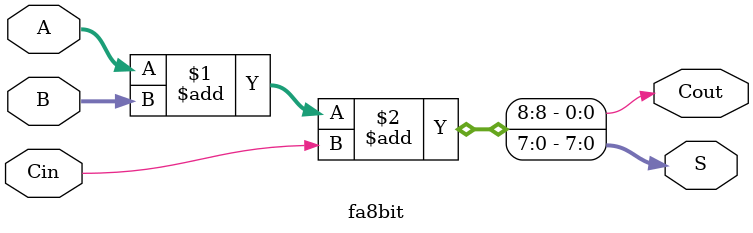
<source format=sv>
module fa8bit(A,B,Cin,S,Cout);

parameter width = 8;
input [width-1:0]A,B;
input Cin;
output [width-1:0] S;
output Cout;

assign {Cout,S} = A + B + Cin;

endmodule

</source>
